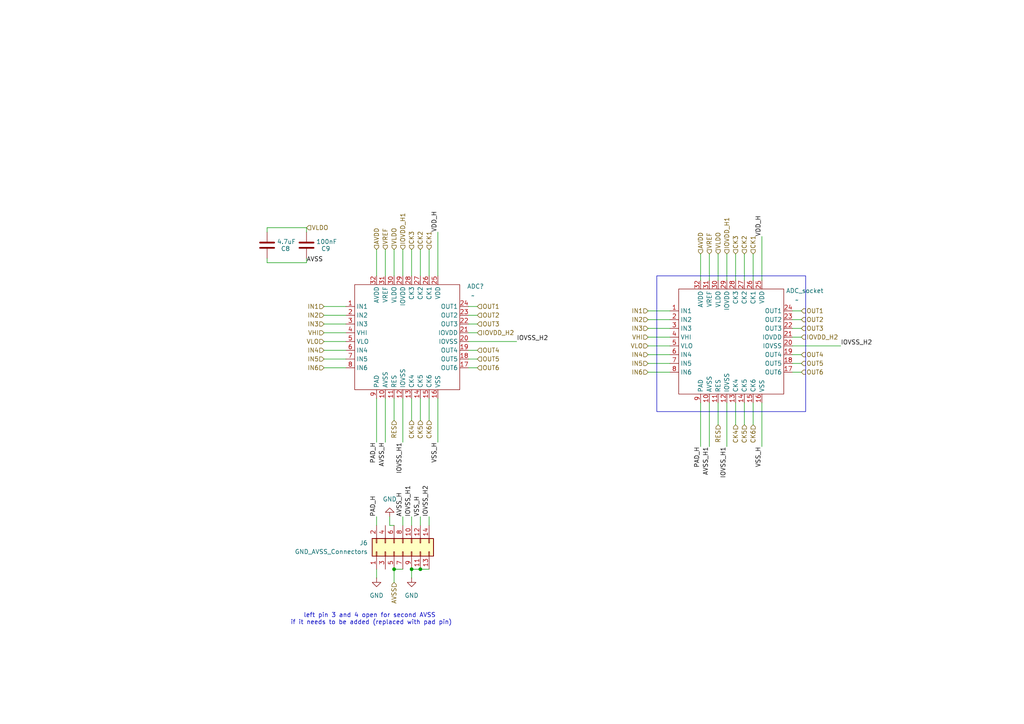
<source format=kicad_sch>
(kicad_sch (version 20231120) (generator "eeschema") (generator_version "8.0")
  (paper "A4")
  (lib_symbols
    (symbol "ADC:Chip"
      (property "Reference" "Chip" (at 0 0 0))
      (symbol "Chip_0_1"
        (rectangle (start -15.24 15.24) (end 15.24 -15.24))
      )
      (symbol "Chip_1_1"
        (pin input line (at -17.78 8.89 0) (length 2.54) (name "IN1") (number "1"))
        (pin input line (at -6.35 -17.78 90) (length 2.54) (name "AVSS") (number "10"))
        (pin input line (at -3.81 -17.78 90) (length 2.54) (name "RES") (number "11"))
        (pin input line (at -1.27 -17.78 90) (length 2.54) (name "IOVSS") (number "12"))
        (pin input line (at 1.27 -17.78 90) (length 2.54) (name "CK4") (number "13"))
        (pin input line (at 3.81 -17.78 90) (length 2.54) (name "CK5") (number "14"))
        (pin input line (at 6.35 -17.78 90) (length 2.54) (name "CK6") (number "15"))
        (pin input line (at 8.89 -17.78 90) (length 2.54) (name "VSS") (number "16"))
        (pin output line (at 17.78 -8.89 180) (length 2.54) (name "OUT6") (number "17"))
        (pin output line (at 17.78 -6.35 180) (length 2.54) (name "OUT5") (number "18"))
        (pin output line (at 17.78 -3.81 180) (length 2.54) (name "OUT4") (number "19"))
        (pin input line (at -17.78 6.35 0) (length 2.54) (name "IN2") (number "2"))
        (pin input line (at 17.78 -1.27 180) (length 2.54) (name "IOVSS") (number "20"))
        (pin input line (at 17.78 1.27 180) (length 2.54) (name "IOVDD") (number "21"))
        (pin output line (at 17.78 3.81 180) (length 2.54) (name "OUT3") (number "22"))
        (pin output line (at 17.78 6.35 180) (length 2.54) (name "OUT2") (number "23"))
        (pin output line (at 17.78 8.89 180) (length 2.54) (name "OUT1") (number "24"))
        (pin input line (at 8.89 17.78 270) (length 2.54) (name "VDD") (number "25"))
        (pin input line (at 6.35 17.78 270) (length 2.54) (name "CK1") (number "26"))
        (pin input line (at 3.81 17.78 270) (length 2.54) (name "CK2") (number "27"))
        (pin input line (at 1.27 17.78 270) (length 2.54) (name "CK3") (number "28"))
        (pin input line (at -1.27 17.78 270) (length 2.54) (name "IOVDD") (number "29"))
        (pin input line (at -17.78 3.81 0) (length 2.54) (name "IN3") (number "3"))
        (pin output line (at -3.81 17.78 270) (length 2.54) (name "VLDO") (number "30"))
        (pin input line (at -6.35 17.78 270) (length 2.54) (name "VREF") (number "31"))
        (pin input line (at -8.89 17.78 270) (length 2.54) (name "AVDD") (number "32"))
        (pin input line (at -17.78 1.27 0) (length 2.54) (name "VHI") (number "4"))
        (pin input line (at -17.78 -1.27 0) (length 2.54) (name "VLO") (number "5"))
        (pin input line (at -17.78 -3.81 0) (length 2.54) (name "IN4") (number "6"))
        (pin input line (at -17.78 -6.35 0) (length 2.54) (name "IN5") (number "7"))
        (pin input line (at -17.78 -8.89 0) (length 2.54) (name "IN6") (number "8"))
        (pin unspecified line (at -8.89 -17.78 90) (length 2.54) (name "PAD") (number "9"))
      )
    )
    (symbol "Connector_Generic:Conn_02x07_Odd_Even" (pin_names (offset 1.016) hide)
      (property "Reference" "J" (at 1.27 10.16 0))
      (property "Value" "Conn_02x07_Odd_Even" (at 1.27 -10.16 0))
      (symbol "Conn_02x07_Odd_Even_1_1"
        (rectangle (start -1.27 -7.493) (end 0 -7.747) (stroke (width 0.1524)))
        (rectangle (start -1.27 -4.953) (end 0 -5.207) (stroke (width 0.1524)))
        (rectangle (start -1.27 -2.413) (end 0 -2.667) (stroke (width 0.1524)))
        (rectangle (start -1.27 0.127) (end 0 -0.127) (stroke (width 0.1524)))
        (rectangle (start -1.27 2.667) (end 0 2.413) (stroke (width 0.1524)))
        (rectangle (start -1.27 5.207) (end 0 4.953) (stroke (width 0.1524)))
        (rectangle (start -1.27 7.747) (end 0 7.493) (stroke (width 0.1524)))
        (rectangle (start -1.27 8.89) (end 3.81 -8.89) (stroke (width 0.254)) (fill (type background)))
        (rectangle (start 3.81 -7.493) (end 2.54 -7.747) (stroke (width 0.1524)))
        (rectangle (start 3.81 -4.953) (end 2.54 -5.207) (stroke (width 0.1524)))
        (rectangle (start 3.81 -2.413) (end 2.54 -2.667) (stroke (width 0.1524)))
        (rectangle (start 3.81 0.127) (end 2.54 -0.127) (stroke (width 0.1524)))
        (rectangle (start 3.81 2.667) (end 2.54 2.413) (stroke (width 0.1524)))
        (rectangle (start 3.81 5.207) (end 2.54 4.953) (stroke (width 0.1524)))
        (rectangle (start 3.81 7.747) (end 2.54 7.493) (stroke (width 0.1524)))
        (pin passive line (at -5.08 7.62 0) (length 3.81) (name "Pin_1") (number "1"))
        (pin passive line (at 7.62 -2.54 180) (length 3.81) (name "Pin_10") (number "10"))
        (pin passive line (at -5.08 -5.08 0) (length 3.81) (name "Pin_11") (number "11"))
        (pin passive line (at 7.62 -5.08 180) (length 3.81) (name "Pin_12") (number "12"))
        (pin passive line (at -5.08 -7.62 0) (length 3.81) (name "Pin_13") (number "13"))
        (pin passive line (at 7.62 -7.62 180) (length 3.81) (name "Pin_14") (number "14"))
        (pin passive line (at 7.62 7.62 180) (length 3.81) (name "Pin_2") (number "2"))
        (pin passive line (at -5.08 5.08 0) (length 3.81) (name "Pin_3") (number "3"))
        (pin passive line (at 7.62 5.08 180) (length 3.81) (name "Pin_4") (number "4"))
        (pin passive line (at -5.08 2.54 0) (length 3.81) (name "Pin_5") (number "5"))
        (pin passive line (at 7.62 2.54 180) (length 3.81) (name "Pin_6") (number "6"))
        (pin passive line (at -5.08 0 0) (length 3.81) (name "Pin_7") (number "7"))
        (pin passive line (at 7.62 0 180) (length 3.81) (name "Pin_8") (number "8"))
        (pin passive line (at -5.08 -2.54 0) (length 3.81) (name "Pin_9") (number "9"))
      )
    )
    (symbol "Device:C" (pin_numbers hide) (pin_names (offset 0.254))
      (property "Reference" "C" (at 0.635 2.54 0))
      (property "Value" "C" (at 0.635 -2.54 0))
      (symbol "C_0_1"
        (polyline (pts (xy -2.032 -0.762) (xy 2.032 -0.762)) (stroke (width 0.508)))
        (polyline (pts (xy -2.032 0.762) (xy 2.032 0.762)) (stroke (width 0.508)))
      )
      (symbol "C_1_1"
        (pin passive line (at 0 3.81 270) (length 2.794) (name "~") (number "1"))
        (pin passive line (at 0 -3.81 90) (length 2.794) (name "~") (number "2"))
      )
    )
    (symbol "power:GND" (power) (pin_numbers hide) (pin_names (offset 0) hide)
      (property "Value" "GND" (at 0 -3.81 0))
      (symbol "GND_0_1"
        (polyline (pts (xy 0 0) (xy 0 -1.27) (xy 1.27 -1.27) (xy 0 -2.54) (xy -1.27 -1.27) (xy 0 -1.27)))
      )
      (symbol "GND_1_1"
        (pin power_in line (at 0 0 270) (length 0) (name "~") (number "1"))
      )
    )
  )
  (junction (at 119.38 165.1))
  (junction (at 121.92 165.1))
  (junction (at 114.3 165.1))
  (wire (pts (xy 229.87 92.71) (xy 232.41 92.71)))
  (wire (pts (xy 187.96 92.71) (xy 194.31 92.71)))
  (wire (pts (xy 111.76 72.39) (xy 111.76 80.01)))
  (wire (pts (xy 127 67.31) (xy 127 80.01)))
  (wire (pts (xy 119.38 121.92) (xy 119.38 115.57)))
  (wire (pts (xy 218.44 73.66) (xy 218.44 81.28)))
  (wire (pts (xy 218.44 123.19) (xy 218.44 116.84)))
  (wire (pts (xy 220.98 129.54) (xy 220.98 116.84)))
  (wire (pts (xy 135.89 104.14) (xy 138.43 104.14)))
  (wire (pts (xy 208.28 73.66) (xy 208.28 81.28)))
  (wire (pts (xy 109.22 165.1) (xy 109.22 167.64)))
  (wire (pts (xy 93.98 101.6) (xy 100.33 101.6)))
  (wire (pts (xy 114.3 72.39) (xy 114.3 80.01)))
  (wire (pts (xy 93.98 93.98) (xy 100.33 93.98)))
  (wire (pts (xy 109.22 72.39) (xy 109.22 80.01)))
  (wire (pts (xy 119.38 165.1) (xy 121.92 165.1)))
  (wire (pts (xy 215.9 73.66) (xy 215.9 81.28)))
  (wire (pts (xy 229.87 100.33) (xy 243.84 100.33)))
  (wire (pts (xy 114.3 165.1) (xy 116.84 165.1)))
  (wire (pts (xy 187.96 107.95) (xy 194.31 107.95)))
  (wire (pts (xy 109.22 149.86) (xy 109.22 152.4)))
  (wire (pts (xy 93.98 106.68) (xy 100.33 106.68)))
  (wire (pts (xy 220.98 68.58) (xy 220.98 81.28)))
  (wire (pts (xy 203.2 116.84) (xy 203.2 129.54)))
  (wire (pts (xy 187.96 95.25) (xy 194.31 95.25)))
  (wire (pts (xy 135.89 106.68) (xy 138.43 106.68)))
  (wire (pts (xy 135.89 96.52) (xy 138.43 96.52)))
  (wire (pts (xy 114.3 121.92) (xy 114.3 115.57)))
  (wire (pts (xy 124.46 121.92) (xy 124.46 115.57)))
  (wire (pts (xy 229.87 95.25) (xy 232.41 95.25)))
  (wire (pts (xy 229.87 102.87) (xy 232.41 102.87)))
  (wire (pts (xy 93.98 99.06) (xy 100.33 99.06)))
  (wire (pts (xy 208.28 123.19) (xy 208.28 116.84)))
  (wire (pts (xy 109.22 115.57) (xy 109.22 128.27)))
  (wire (pts (xy 119.38 149.86) (xy 119.38 152.4)))
  (wire (pts (xy 187.96 90.17) (xy 194.31 90.17)))
  (wire (pts (xy 93.98 88.9) (xy 100.33 88.9)))
  (wire (pts (xy 187.96 102.87) (xy 194.31 102.87)))
  (wire (pts (xy 114.3 165.1) (xy 114.3 168.91)))
  (wire (pts (xy 88.9 76.2) (xy 88.9 74.93)))
  (wire (pts (xy 203.2 73.66) (xy 203.2 81.28)))
  (wire (pts (xy 77.47 66.04) (xy 88.9 66.04)))
  (wire (pts (xy 111.76 115.57) (xy 111.76 128.27)))
  (wire (pts (xy 124.46 149.86) (xy 124.46 152.4)))
  (wire (pts (xy 229.87 105.41) (xy 232.41 105.41)))
  (wire (pts (xy 135.89 93.98) (xy 138.43 93.98)))
  (wire (pts (xy 210.82 129.54) (xy 210.82 116.84)))
  (wire (pts (xy 135.89 88.9) (xy 138.43 88.9)))
  (wire (pts (xy 116.84 149.86) (xy 116.84 152.4)))
  (wire (pts (xy 121.92 72.39) (xy 121.92 80.01)))
  (wire (pts (xy 210.82 73.66) (xy 210.82 81.28)))
  (wire (pts (xy 121.92 165.1) (xy 124.46 165.1)))
  (wire (pts (xy 124.46 72.39) (xy 124.46 80.01)))
  (wire (pts (xy 119.38 165.1) (xy 119.38 167.64)))
  (wire (pts (xy 121.92 121.92) (xy 121.92 115.57)))
  (wire (pts (xy 215.9 123.19) (xy 215.9 116.84)))
  (wire (pts (xy 113.03 149.86) (xy 113.03 152.4)))
  (wire (pts (xy 116.84 128.27) (xy 116.84 115.57)))
  (wire (pts (xy 205.74 73.66) (xy 205.74 81.28)))
  (wire (pts (xy 93.98 104.14) (xy 100.33 104.14)))
  (wire (pts (xy 187.96 97.79) (xy 194.31 97.79)))
  (wire (pts (xy 187.96 105.41) (xy 194.31 105.41)))
  (wire (pts (xy 88.9 66.04) (xy 88.9 67.31)))
  (wire (pts (xy 213.36 73.66) (xy 213.36 81.28)))
  (wire (pts (xy 77.47 67.31) (xy 77.47 66.04)))
  (wire (pts (xy 135.89 91.44) (xy 138.43 91.44)))
  (wire (pts (xy 229.87 97.79) (xy 232.41 97.79)))
  (wire (pts (xy 135.89 101.6) (xy 138.43 101.6)))
  (wire (pts (xy 135.89 99.06) (xy 149.86 99.06)))
  (wire (pts (xy 229.87 107.95) (xy 232.41 107.95)))
  (wire (pts (xy 116.84 72.39) (xy 116.84 80.01)))
  (wire (pts (xy 229.87 90.17) (xy 232.41 90.17)))
  (wire (pts (xy 113.03 152.4) (xy 114.3 152.4)))
  (wire (pts (xy 93.98 96.52) (xy 100.33 96.52)))
  (wire (pts (xy 127 128.27) (xy 127 115.57)))
  (wire (pts (xy 119.38 72.39) (xy 119.38 80.01)))
  (wire (pts (xy 93.98 91.44) (xy 100.33 91.44)))
  (wire (pts (xy 77.47 76.2) (xy 88.9 76.2)))
  (wire (pts (xy 121.92 149.86) (xy 121.92 152.4)))
  (wire (pts (xy 213.36 123.19) (xy 213.36 116.84)))
  (wire (pts (xy 77.47 76.2) (xy 77.47 74.93)))
  (wire (pts (xy 187.96 100.33) (xy 194.31 100.33)))
  (wire (pts (xy 205.74 116.84) (xy 205.74 129.54)))
  (rectangle (start 190.5 80.01) (end 233.68 119.38))
  (text "left pin 3 and 4 open for second AVSS \nif it needs to be added (replaced with pad pin)" (at 107.696 179.578 0) (effects (font (size 1.27 1.27))))
  (label "VDD_H" (at 220.98 68.58 90))
  (label "PAD_H" (at 109.22 128.27 270))
  (label "IOVSS_H1" (at 210.82 129.54 270))
  (label "PAD_H" (at 109.22 149.86 90))
  (label "VSS_H" (at 127 128.27 270))
  (label "AVSS" (at 88.9 76.2 0))
  (label "VSS_H" (at 220.98 129.54 270))
  (label "AVSS_H" (at 116.84 149.86 90))
  (label "VDD_H" (at 127 67.31 90))
  (label "AVSS_H" (at 111.76 128.27 270))
  (label "IOVSS_H1" (at 116.84 128.27 270))
  (label "IOVSS_H1" (at 119.38 149.86 90))
  (label "IOVSS_H2" (at 149.86 99.06 0))
  (label "PAD_H" (at 203.2 129.54 270))
  (label "AVSS_H1" (at 205.74 129.54 270))
  (label "IOVSS_H2" (at 124.46 149.86 90))
  (label "IOVSS_H2" (at 243.84 100.33 0))
  (label "VSS_H" (at 121.92 149.86 90))
  (hierarchical_label "CK1" (shape input) (at 124.46 72.39 90))
  (hierarchical_label "IN4" (shape input) (at 93.98 101.6 180))
  (hierarchical_label "IN1" (shape input) (at 187.96 90.17 180))
  (hierarchical_label "CK1" (shape input) (at 218.44 73.66 90))
  (hierarchical_label "IOVDD_H1" (shape input) (at 210.82 73.66 90))
  (hierarchical_label "VLO" (shape input) (at 93.98 99.06 180))
  (hierarchical_label "RES" (shape input) (at 114.3 121.92 270))
  (hierarchical_label "VLO" (shape input) (at 187.96 100.33 180))
  (hierarchical_label "OUT2" (shape input) (at 232.41 92.71 0))
  (hierarchical_label "AVDD" (shape input) (at 203.2 73.66 90))
  (hierarchical_label "RES" (shape input) (at 208.28 123.19 270))
  (hierarchical_label "CK4" (shape input) (at 213.36 123.19 270))
  (hierarchical_label "OUT3" (shape input) (at 138.43 93.98 0))
  (hierarchical_label "IN6" (shape input) (at 93.98 106.68 180))
  (hierarchical_label "IN4" (shape input) (at 187.96 102.87 180))
  (hierarchical_label "CK2" (shape input) (at 215.9 73.66 90))
  (hierarchical_label "IN2" (shape input) (at 93.98 91.44 180))
  (hierarchical_label "CK4" (shape input) (at 119.38 121.92 270))
  (hierarchical_label "CK5" (shape input) (at 121.92 121.92 270))
  (hierarchical_label "IN1" (shape input) (at 93.98 88.9 180))
  (hierarchical_label "VREF" (shape input) (at 205.74 73.66 90))
  (hierarchical_label "OUT4" (shape input) (at 232.41 102.87 0))
  (hierarchical_label "IN3" (shape input) (at 93.98 93.98 180))
  (hierarchical_label "IN6" (shape input) (at 187.96 107.95 180))
  (hierarchical_label "CK6" (shape input) (at 218.44 123.19 270))
  (hierarchical_label "CK3" (shape input) (at 213.36 73.66 90))
  (hierarchical_label "OUT5" (shape input) (at 232.41 105.41 0))
  (hierarchical_label "CK2" (shape input) (at 121.92 72.39 90))
  (hierarchical_label "AVDD" (shape input) (at 109.22 72.39 90))
  (hierarchical_label "CK6" (shape input) (at 124.46 121.92 270))
  (hierarchical_label "OUT3" (shape input) (at 232.41 95.25 0))
  (hierarchical_label "OUT2" (shape input) (at 138.43 91.44 0))
  (hierarchical_label "CK3" (shape input) (at 119.38 72.39 90))
  (hierarchical_label "OUT4" (shape input) (at 138.43 101.6 0))
  (hierarchical_label "IN5" (shape input) (at 187.96 105.41 180))
  (hierarchical_label "OUT5" (shape input) (at 138.43 104.14 0))
  (hierarchical_label "OUT6" (shape input) (at 232.41 107.95 0))
  (hierarchical_label "VLDO" (shape input) (at 88.9 66.04 0))
  (hierarchical_label "OUT1" (shape input) (at 232.41 90.17 0))
  (hierarchical_label "IN2" (shape input) (at 187.96 92.71 180))
  (hierarchical_label "VHI" (shape input) (at 93.98 96.52 180))
  (hierarchical_label "AVSS" (shape input) (at 114.3 168.91 270))
  (hierarchical_label "IN5" (shape input) (at 93.98 104.14 180))
  (hierarchical_label "IOVDD_H2" (shape input) (at 232.41 97.79 0))
  (hierarchical_label "VLDO" (shape input) (at 208.28 73.66 90))
  (hierarchical_label "VREF" (shape input) (at 111.76 72.39 90))
  (hierarchical_label "IOVDD_H2" (shape input) (at 138.43 96.52 0))
  (hierarchical_label "IOVDD_H1" (shape input) (at 116.84 72.39 90))
  (hierarchical_label "VHI" (shape input) (at 187.96 97.79 180))
  (hierarchical_label "CK5" (shape input) (at 215.9 123.19 270))
  (hierarchical_label "OUT6" (shape input) (at 138.43 106.68 0))
  (hierarchical_label "VLDO" (shape input) (at 114.3 72.39 90))
  (hierarchical_label "IN3" (shape input) (at 187.96 95.25 180))
  (hierarchical_label "OUT1" (shape input) (at 138.43 88.9 0))
  (symbol (lib_id "Connector_Generic:Conn_02x07_Odd_Even") (at 116.84 160.02 90) (unit 1)
    (property "Reference" "J6" (at 106.68 157.4799 90) (effects (justify left)))
    (property "Value" "GND_AVSS_Connectors" (at 106.68 160.0199 90) (effects (justify left)))
    (property "Footprint" "Connector_PinHeader_2.54mm:PinHeader_2x07_P2.54mm_Vertical" (effects (hide yes)))
    (property "Description" "Generic connector, double row, 02x07, odd/even pin numbering scheme (row 1 odd numbers, row 2 even numbers), script generated (kicad-library-utils/schlib/autogen/connector/)" (effects (hide yes)))
  )
  (symbol (lib_id "power:GND") (at 119.38 167.64 0) (unit 1)
    (property "Reference" "#PWR019" (effects (hide yes)))
    (property "Value" "GND" (at 119.38 172.72 0))
    (property "Description" "Power symbol creates a global label with name \"GND\" , ground" (effects (hide yes)))
  )
  (symbol (lib_id "Device:C") (at 77.47 71.12 0) (unit 1)
    (property "Reference" "C8" (at 82.804 72.136 0))
    (property "Value" "4.7uF" (at 83.058 70.104 0))
    (property "Footprint" "Capacitor_SMD:C_0201_0603Metric" (effects (hide yes)))
    (property "Description" "Unpolarized capacitor" (effects (hide yes)))
  )
  (symbol (lib_id "Device:C") (at 88.9 71.12 0) (unit 1)
    (property "Reference" "C9" (at 94.488 72.136 0))
    (property "Value" "100nF" (at 94.742 70.104 0))
    (property "Footprint" "Capacitor_SMD:C_0201_0603Metric" (effects (hide yes)))
    (property "Description" "Unpolarized capacitor" (effects (hide yes)))
  )
  (symbol (lib_id "power:GND") (at 109.22 167.64 0) (unit 1)
    (property "Reference" "#PWR018" (effects (hide yes)))
    (property "Value" "GND" (at 109.22 172.72 0))
    (property "Description" "Power symbol creates a global label with name \"GND\" , ground" (effects (hide yes)))
  )
  (symbol (lib_id "power:GND") (at 113.03 149.86 0) (mirror x) (unit 1)
    (property "Reference" "#PWR020" (effects (hide yes)))
    (property "Value" "GND" (at 113.03 144.78 0))
    (property "Description" "Power symbol creates a global label with name \"GND\" , ground" (effects (hide yes)))
  )
  (symbol (lib_id "ADC:Chip") (at 118.11 97.79 0) (unit 1) (exclude_from_sim yes) (in_bom no)
    (property "Reference" "ADC?" (at 137.922 83.058 0))
    (property "Value" "~" (at 137.16 85.7565 0))
    (property "Footprint" "Package_DFN_QFN:QFN-32-1EP_5x5mm_P0.5mm_EP3.1x3.1mm_ThermalVias" (effects (hide yes)))
  )
  (symbol (lib_id "ADC:Chip") (at 212.09 99.06 0) (unit 1) (exclude_from_sim yes) (in_bom no)
    (property "Reference" "ADC_socket" (at 233.426 84.328 0))
    (property "Value" "~" (at 231.14 87.0265 0))
    (property "Footprint" "Package_DFN_QFN:QFN-32-1EP_5x5mm_P0.5mm_EP3.1x3.1mm_ThermalVias" (effects (hide yes)))
  )
)
</source>
